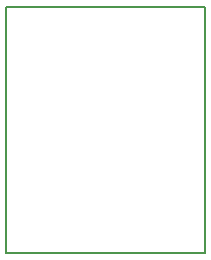
<source format=gbo>
G04 MADE WITH FRITZING*
G04 WWW.FRITZING.ORG*
G04 DOUBLE SIDED*
G04 HOLES PLATED*
G04 CONTOUR ON CENTER OF CONTOUR VECTOR*
%ASAXBY*%
%FSLAX23Y23*%
%MOIN*%
%OFA0B0*%
%SFA1.0B1.0*%
%ADD10R,0.669291X0.826772X0.653291X0.810772*%
%ADD11C,0.008000*%
%LNSILK0*%
G90*
G70*
G54D11*
X4Y823D02*
X665Y823D01*
X665Y4D01*
X4Y4D01*
X4Y823D01*
D02*
G04 End of Silk0*
M02*
</source>
